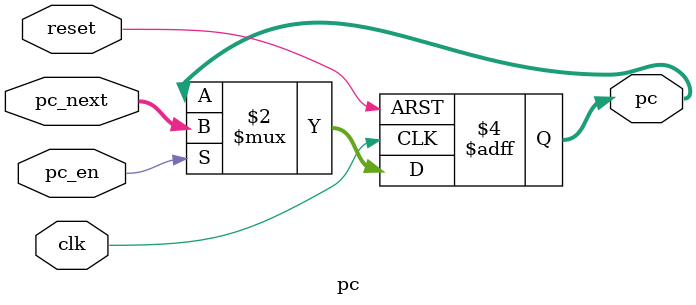
<source format=v>
module pc (
    input  wire       clk,
    input  wire       reset,
    input  wire       pc_en,
    input  wire [7:0] pc_next,
    output reg  [7:0] pc
);

always @(posedge clk or posedge reset) begin
    if (reset)
        pc <= 8'd0;
    else if (pc_en)
        pc <= pc_next;
end

endmodule

</source>
